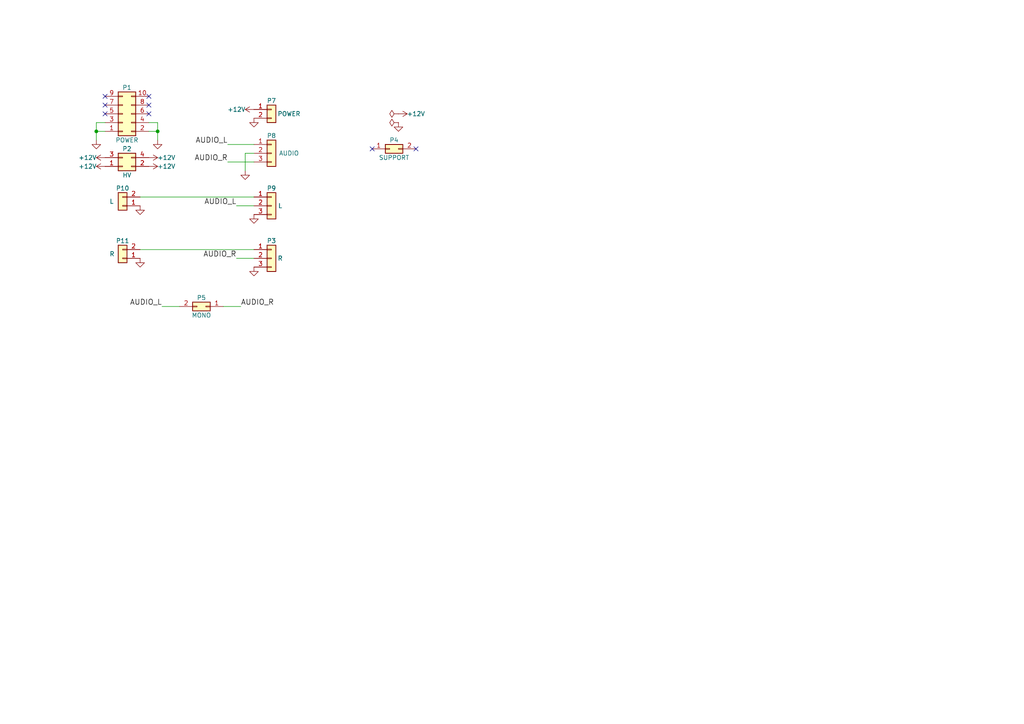
<source format=kicad_sch>
(kicad_sch (version 20211123) (generator eeschema)
  (paper "A4")
  (lib_symbols
    (symbol "Connector_Generic:Conn_01x02" (pin_names (offset 1.016) hide)
      (property "Reference" "J" (at 0 2.54 0))
      (property "Value" "Conn_01x02" (at 0 -5.08 0))
      (symbol "Conn_01x02_1_1"
        (rectangle (start -1.27 -2.413) (end 0 -2.667) (stroke (width 0.1524)))
        (rectangle (start -1.27 0.127) (end 0 -0.127) (stroke (width 0.1524)))
        (rectangle (start -1.27 1.27) (end 1.27 -3.81) (stroke (width 0.254)) (fill (type background)))
        (pin passive line (at -5.08 0 0) (length 3.81) (name "Pin_1") (number "1"))
        (pin passive line (at -5.08 -2.54 0) (length 3.81) (name "Pin_2") (number "2"))
      )
    )
    (symbol "Connector_Generic:Conn_01x03" (pin_names (offset 1.016) hide)
      (property "Reference" "J" (at 0 5.08 0))
      (property "Value" "Conn_01x03" (at 0 -5.08 0))
      (symbol "Conn_01x03_1_1"
        (rectangle (start -1.27 -2.413) (end 0 -2.667) (stroke (width 0.1524)))
        (rectangle (start -1.27 0.127) (end 0 -0.127) (stroke (width 0.1524)))
        (rectangle (start -1.27 2.667) (end 0 2.413) (stroke (width 0.1524)))
        (rectangle (start -1.27 3.81) (end 1.27 -3.81) (stroke (width 0.254)) (fill (type background)))
        (pin passive line (at -5.08 2.54 0) (length 3.81) (name "Pin_1") (number "1"))
        (pin passive line (at -5.08 0 0) (length 3.81) (name "Pin_2") (number "2"))
        (pin passive line (at -5.08 -2.54 0) (length 3.81) (name "Pin_3") (number "3"))
      )
    )
    (symbol "Connector_Generic:Conn_02x01" (pin_names (offset 1.016) hide)
      (property "Reference" "J" (at 1.27 2.54 0))
      (property "Value" "Conn_02x01" (at 1.27 -2.54 0))
      (symbol "Conn_02x01_1_1"
        (rectangle (start -1.27 0.127) (end 0 -0.127) (stroke (width 0.1524)))
        (rectangle (start -1.27 1.27) (end 3.81 -1.27) (stroke (width 0.254)) (fill (type background)))
        (rectangle (start 3.81 0.127) (end 2.54 -0.127) (stroke (width 0.1524)))
        (pin passive line (at -5.08 0 0) (length 3.81) (name "Pin_1") (number "1"))
        (pin passive line (at 7.62 0 180) (length 3.81) (name "Pin_2") (number "2"))
      )
    )
    (symbol "Connector_Generic:Conn_02x02_Odd_Even" (pin_names (offset 1.016) hide)
      (property "Reference" "J" (at 1.27 2.54 0))
      (property "Value" "Conn_02x02_Odd_Even" (at 1.27 -5.08 0))
      (symbol "Conn_02x02_Odd_Even_1_1"
        (rectangle (start -1.27 -2.413) (end 0 -2.667) (stroke (width 0.1524)))
        (rectangle (start -1.27 0.127) (end 0 -0.127) (stroke (width 0.1524)))
        (rectangle (start -1.27 1.27) (end 3.81 -3.81) (stroke (width 0.254)) (fill (type background)))
        (rectangle (start 3.81 -2.413) (end 2.54 -2.667) (stroke (width 0.1524)))
        (rectangle (start 3.81 0.127) (end 2.54 -0.127) (stroke (width 0.1524)))
        (pin passive line (at -5.08 0 0) (length 3.81) (name "Pin_1") (number "1"))
        (pin passive line (at 7.62 0 180) (length 3.81) (name "Pin_2") (number "2"))
        (pin passive line (at -5.08 -2.54 0) (length 3.81) (name "Pin_3") (number "3"))
        (pin passive line (at 7.62 -2.54 180) (length 3.81) (name "Pin_4") (number "4"))
      )
    )
    (symbol "Connector_Generic:Conn_02x05_Odd_Even" (pin_names (offset 1.016) hide)
      (property "Reference" "J" (at 1.27 7.62 0))
      (property "Value" "Conn_02x05_Odd_Even" (at 1.27 -7.62 0))
      (symbol "Conn_02x05_Odd_Even_1_1"
        (rectangle (start -1.27 -4.953) (end 0 -5.207) (stroke (width 0.1524)))
        (rectangle (start -1.27 -2.413) (end 0 -2.667) (stroke (width 0.1524)))
        (rectangle (start -1.27 0.127) (end 0 -0.127) (stroke (width 0.1524)))
        (rectangle (start -1.27 2.667) (end 0 2.413) (stroke (width 0.1524)))
        (rectangle (start -1.27 5.207) (end 0 4.953) (stroke (width 0.1524)))
        (rectangle (start -1.27 6.35) (end 3.81 -6.35) (stroke (width 0.254)) (fill (type background)))
        (rectangle (start 3.81 -4.953) (end 2.54 -5.207) (stroke (width 0.1524)))
        (rectangle (start 3.81 -2.413) (end 2.54 -2.667) (stroke (width 0.1524)))
        (rectangle (start 3.81 0.127) (end 2.54 -0.127) (stroke (width 0.1524)))
        (rectangle (start 3.81 2.667) (end 2.54 2.413) (stroke (width 0.1524)))
        (rectangle (start 3.81 5.207) (end 2.54 4.953) (stroke (width 0.1524)))
        (pin passive line (at -5.08 5.08 0) (length 3.81) (name "Pin_1") (number "1"))
        (pin passive line (at 7.62 -5.08 180) (length 3.81) (name "Pin_10") (number "10"))
        (pin passive line (at 7.62 5.08 180) (length 3.81) (name "Pin_2") (number "2"))
        (pin passive line (at -5.08 2.54 0) (length 3.81) (name "Pin_3") (number "3"))
        (pin passive line (at 7.62 2.54 180) (length 3.81) (name "Pin_4") (number "4"))
        (pin passive line (at -5.08 0 0) (length 3.81) (name "Pin_5") (number "5"))
        (pin passive line (at 7.62 0 180) (length 3.81) (name "Pin_6") (number "6"))
        (pin passive line (at -5.08 -2.54 0) (length 3.81) (name "Pin_7") (number "7"))
        (pin passive line (at 7.62 -2.54 180) (length 3.81) (name "Pin_8") (number "8"))
        (pin passive line (at -5.08 -5.08 0) (length 3.81) (name "Pin_9") (number "9"))
      )
    )
    (symbol "power:+12V" (power) (pin_names (offset 0))
      (property "Value" "+12V" (at 0 3.556 0))
      (symbol "+12V_0_1"
        (polyline (pts (xy -0.762 1.27) (xy 0 2.54)))
        (polyline (pts (xy 0 0) (xy 0 2.54)))
        (polyline (pts (xy 0 2.54) (xy 0.762 1.27)))
      )
      (symbol "+12V_1_1"
        (pin power_in line (at 0 0 90) (length 0) hide (name "+12V") (number "1"))
      )
    )
    (symbol "power:GND" (power) (pin_names (offset 0))
      (property "Value" "GND" (at 0 -3.81 0))
      (symbol "GND_0_1"
        (polyline (pts (xy 0 0) (xy 0 -1.27) (xy 1.27 -1.27) (xy 0 -2.54) (xy -1.27 -1.27) (xy 0 -1.27)))
      )
      (symbol "GND_1_1"
        (pin power_in line (at 0 0 270) (length 0) hide (name "GND") (number "1"))
      )
    )
    (symbol "power:PWR_FLAG" (power) (pin_numbers hide) (pin_names (offset 0) hide)
      (property "Value" "PWR_FLAG" (at 0 3.81 0))
      (symbol "PWR_FLAG_0_0"
        (pin power_out line (at 0 0 90) (length 0) (name "pwr") (number "1"))
      )
      (symbol "PWR_FLAG_0_1"
        (polyline (pts (xy 0 0) (xy 0 1.27) (xy -1.016 1.905) (xy 0 2.54) (xy 1.016 1.905) (xy 0 1.27)))
      )
    )
  )
  (junction (at 27.94 38.1))
  (junction (at 45.72 38.1))
  (no_connect (at 30.48 30.48))
  (no_connect (at 30.48 33.02))
  (no_connect (at 120.65 43.18))
  (no_connect (at 43.18 27.94))
  (no_connect (at 43.18 33.02))
  (no_connect (at 30.48 27.94))
  (no_connect (at 107.95 43.18))
  (no_connect (at 43.18 30.48))
  (wire (pts (xy 40.64 72.39) (xy 73.66 72.39)))
  (wire (pts (xy 68.58 74.93) (xy 73.66 74.93)))
  (wire (pts (xy 40.64 57.15) (xy 73.66 57.15)))
  (wire (pts (xy 45.72 38.1) (xy 45.72 40.64)))
  (wire (pts (xy 27.94 35.56) (xy 27.94 38.1)))
  (wire (pts (xy 45.72 35.56) (xy 45.72 38.1)))
  (wire (pts (xy 71.12 49.53) (xy 71.12 44.45)))
  (wire (pts (xy 30.48 38.1) (xy 27.94 38.1)))
  (wire (pts (xy 43.18 38.1) (xy 45.72 38.1)))
  (wire (pts (xy 52.07 88.9) (xy 46.99 88.9)))
  (wire (pts (xy 43.18 35.56) (xy 45.72 35.56)))
  (wire (pts (xy 73.66 46.99) (xy 66.04 46.99)))
  (wire (pts (xy 27.94 38.1) (xy 27.94 40.64)))
  (wire (pts (xy 64.77 88.9) (xy 69.85 88.9)))
  (wire (pts (xy 30.48 35.56) (xy 27.94 35.56)))
  (wire (pts (xy 73.66 41.91) (xy 66.04 41.91)))
  (wire (pts (xy 68.58 59.69) (xy 73.66 59.69)))
  (wire (pts (xy 71.12 44.45) (xy 73.66 44.45)))
  (label "AUDIO_R" (at 69.85 88.9 0) (effects (font (size 1.524 1.524))))
  (label "AUDIO_R" (at 68.58 74.93 180) (effects (font (size 1.524 1.524))))
  (label "AUDIO_L" (at 46.99 88.9 180) (effects (font (size 1.524 1.524))))
  (label "AUDIO_L" (at 68.58 59.69 180) (effects (font (size 1.524 1.524))))
  (label "AUDIO_L" (at 66.04 41.91 180) (effects (font (size 1.524 1.524))))
  (label "AUDIO_R" (at 66.04 46.99 180) (effects (font (size 1.524 1.524))))
  (symbol (lib_id "Connector_Generic:Conn_02x05_Odd_Even") (at 35.56 33.02 0) (mirror x) (unit 1)
    (property "Reference" "P1" (at 36.83 25.4 0))
    (property "Value" "POWER" (at 36.83 40.64 0))
    (property "Footprint" "Connector_PinHeader_2.54mm:PinHeader_2x05_P2.54mm_Vertical" (effects hide))
  )
  (symbol (lib_id "Connector_Generic:Conn_02x02_Odd_Even") (at 35.56 48.26 0) (mirror x) (unit 1)
    (property "Reference" "P2" (at 36.83 43.18 0))
    (property "Value" "HV" (at 36.83 50.8 0))
    (property "Footprint" "Connector_PinHeader_2.54mm:PinHeader_2x02_P2.54mm_Vertical" (effects hide))
  )
  (symbol (lib_id "Connector_Generic:Conn_02x01") (at 113.03 43.18 0) (unit 1)
    (property "Reference" "P4" (at 114.3 40.64 0))
    (property "Value" "SUPPORT" (at 114.3 45.72 0))
    (property "Footprint" "Connector_PinHeader_2.54mm:PinHeader_2x01_P2.54mm_Vertical" (effects hide))
  )
  (symbol (lib_id "Connector_Generic:Conn_01x03") (at 78.74 44.45 0) (unit 1)
    (property "Reference" "P8" (at 78.74 39.37 0))
    (property "Value" "AUDIO" (at 83.82 44.45 0))
    (property "Footprint" "Connector_PinHeader_2.54mm:PinHeader_1x03_P2.54mm_Vertical" (effects hide))
  )
  (symbol (lib_id "Connector_Generic:Conn_01x02") (at 78.74 31.75 0) (unit 1)
    (property "Reference" "P7" (at 78.74 29.21 0))
    (property "Value" "POWER" (at 83.82 33.02 0))
    (property "Footprint" "Connector_PinHeader_2.54mm:PinHeader_2x01_P2.54mm_Vertical" (effects hide))
  )
  (symbol (lib_id "Connector_Generic:Conn_02x01") (at 59.69 88.9 0) (mirror y) (unit 1)
    (property "Reference" "P5" (at 58.42 86.36 0))
    (property "Value" "MONO" (at 58.42 91.44 0))
    (property "Footprint" "Jumper:SolderJumper-2_P1.3mm_Open_Pad1.0x1.5mm" (effects hide))
  )
  (symbol (lib_id "Connector_Generic:Conn_01x03") (at 78.74 59.69 0) (unit 1)
    (property "Reference" "P9" (at 78.74 54.61 0))
    (property "Value" "L" (at 81.28 59.69 0))
    (property "Footprint" "Connector_PinHeader_2.54mm:PinHeader_1x03_P2.54mm_Vertical" (effects hide))
  )
  (symbol (lib_id "power:GND") (at 73.66 77.47 0) (unit 1)
    (property "Reference" "#PWR01" (effects hide))
    (property "Value" "GND" (effects hide))
  )
  (symbol (lib_id "power:GND") (at 27.94 40.64 0) (unit 1)
    (property "Reference" "#PWR02" (effects hide))
    (property "Value" "GND" (effects hide))
  )
  (symbol (lib_id "power:GND") (at 45.72 40.64 0) (unit 1)
    (property "Reference" "#PWR03" (effects hide))
    (property "Value" "GND" (effects hide))
  )
  (symbol (lib_id "power:+12V") (at 43.18 45.72 270) (unit 1)
    (property "Reference" "#PWR04" (effects hide))
    (property "Value" "+12V" (at 48.26 45.72 90))
  )
  (symbol (lib_id "power:+12V") (at 43.18 48.26 270) (unit 1)
    (property "Reference" "#PWR05" (effects hide))
    (property "Value" "+12V" (at 48.26 48.26 90))
  )
  (symbol (lib_id "power:+12V") (at 30.48 45.72 90) (mirror x) (unit 1)
    (property "Reference" "#PWR06" (effects hide))
    (property "Value" "+12V" (at 25.4 45.72 90))
  )
  (symbol (lib_id "power:+12V") (at 30.48 48.26 90) (mirror x) (unit 1)
    (property "Reference" "#PWR07" (effects hide))
    (property "Value" "+12V" (at 25.4 48.26 90))
  )
  (symbol (lib_id "power:+12V") (at 73.66 31.75 90) (mirror x) (unit 1)
    (property "Reference" "#PWR08" (effects hide))
    (property "Value" "+12V" (at 68.58 31.75 90))
  )
  (symbol (lib_id "power:PWR_FLAG") (at 115.57 33.02 90) (unit 1)
    (property "Reference" "#FLG09" (effects hide))
    (property "Value" "PWR_FLAG" (effects hide))
  )
  (symbol (lib_id "power:+12V") (at 115.57 33.02 270) (unit 1)
    (property "Reference" "#PWR010" (effects hide))
    (property "Value" "+12V" (at 120.65 33.02 90))
  )
  (symbol (lib_id "power:PWR_FLAG") (at 115.57 35.56 90) (unit 1)
    (property "Reference" "#FLG011" (effects hide))
    (property "Value" "PWR_FLAG" (effects hide))
  )
  (symbol (lib_id "power:GND") (at 115.57 35.56 0) (unit 1)
    (property "Reference" "#PWR012" (effects hide))
    (property "Value" "GND" (effects hide))
  )
  (symbol (lib_id "Connector_Generic:Conn_01x02") (at 35.56 74.93 180) (unit 1)
    (property "Reference" "P11" (at 35.56 69.85 0))
    (property "Value" "R" (at 31.75 73.66 0) (effects (justify right)))
    (property "Footprint" "Connector_PinHeader_2.54mm:PinHeader_1x02_P2.54mm_Vertical" (effects hide))
  )
  (symbol (lib_id "power:GND") (at 40.64 74.93 0) (unit 1)
    (property "Reference" "#PWR013" (effects hide))
    (property "Value" "GND" (effects hide))
  )
  (symbol (lib_id "Connector_Generic:Conn_01x02") (at 35.56 59.69 180) (unit 1)
    (property "Reference" "P10" (at 35.56 54.61 0))
    (property "Value" "L" (at 31.75 58.42 0) (effects (justify right)))
    (property "Footprint" "Connector_PinHeader_2.54mm:PinHeader_1x02_P2.54mm_Vertical" (effects hide))
  )
  (symbol (lib_id "power:GND") (at 40.64 59.69 0) (unit 1)
    (property "Reference" "#PWR014" (effects hide))
    (property "Value" "GND" (effects hide))
  )
  (symbol (lib_id "Connector_Generic:Conn_01x03") (at 78.74 74.93 0) (unit 1)
    (property "Reference" "P3" (at 78.74 69.85 0))
    (property "Value" "R" (at 81.28 74.93 0))
    (property "Footprint" "Connector_PinHeader_2.54mm:PinHeader_1x03_P2.54mm_Vertical" (effects hide))
  )
  (symbol (lib_id "power:GND") (at 73.66 62.23 0) (unit 1)
    (property "Reference" "#PWR015" (effects hide))
    (property "Value" "GND" (effects hide))
  )
  (symbol (lib_id "power:GND") (at 73.66 34.29 0) (unit 1)
    (property "Reference" "#PWR016" (effects hide))
    (property "Value" "GND" (effects hide))
  )
  (symbol (lib_id "power:GND") (at 71.12 49.53 0) (unit 1)
    (property "Reference" "#PWR017" (effects hide))
    (property "Value" "GND" (effects hide))
  )
)
</source>
